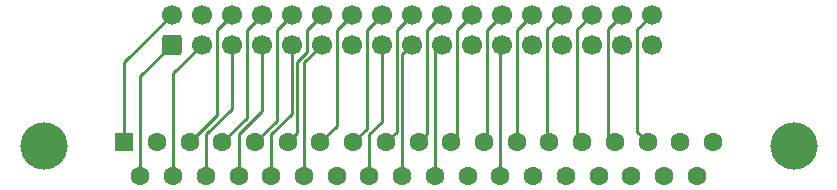
<source format=gbr>
%TF.GenerationSoftware,KiCad,Pcbnew,(6.0.6)*%
%TF.CreationDate,2023-06-09T12:55:26+02:00*%
%TF.ProjectId,FDAdapter,46444164-6170-4746-9572-2e6b69636164,rev?*%
%TF.SameCoordinates,Original*%
%TF.FileFunction,Copper,L2,Bot*%
%TF.FilePolarity,Positive*%
%FSLAX46Y46*%
G04 Gerber Fmt 4.6, Leading zero omitted, Abs format (unit mm)*
G04 Created by KiCad (PCBNEW (6.0.6)) date 2023-06-09 12:55:26*
%MOMM*%
%LPD*%
G01*
G04 APERTURE LIST*
G04 Aperture macros list*
%AMRoundRect*
0 Rectangle with rounded corners*
0 $1 Rounding radius*
0 $2 $3 $4 $5 $6 $7 $8 $9 X,Y pos of 4 corners*
0 Add a 4 corners polygon primitive as box body*
4,1,4,$2,$3,$4,$5,$6,$7,$8,$9,$2,$3,0*
0 Add four circle primitives for the rounded corners*
1,1,$1+$1,$2,$3*
1,1,$1+$1,$4,$5*
1,1,$1+$1,$6,$7*
1,1,$1+$1,$8,$9*
0 Add four rect primitives between the rounded corners*
20,1,$1+$1,$2,$3,$4,$5,0*
20,1,$1+$1,$4,$5,$6,$7,0*
20,1,$1+$1,$6,$7,$8,$9,0*
20,1,$1+$1,$8,$9,$2,$3,0*%
G04 Aperture macros list end*
%TA.AperFunction,ComponentPad*%
%ADD10C,4.000000*%
%TD*%
%TA.AperFunction,ComponentPad*%
%ADD11R,1.600000X1.600000*%
%TD*%
%TA.AperFunction,ComponentPad*%
%ADD12C,1.600000*%
%TD*%
%TA.AperFunction,ComponentPad*%
%ADD13RoundRect,0.250000X0.600000X-0.600000X0.600000X0.600000X-0.600000X0.600000X-0.600000X-0.600000X0*%
%TD*%
%TA.AperFunction,ComponentPad*%
%ADD14C,1.700000*%
%TD*%
%TA.AperFunction,Conductor*%
%ADD15C,0.250000*%
%TD*%
G04 APERTURE END LIST*
D10*
%TO.P,J1,0*%
%TO.N,N/C*%
X189316000Y-70404000D03*
X125816000Y-70404000D03*
D11*
%TO.P,J1,1,1*%
%TO.N,~{DENSITY}*%
X132636000Y-70104000D03*
D12*
%TO.P,J1,2,2*%
%TO.N,unconnected-(J1-Pad2)*%
X135406000Y-70104000D03*
%TO.P,J1,3,3*%
%TO.N,~{DS3}*%
X138176000Y-70104000D03*
%TO.P,J1,4,4*%
%TO.N,~{INDEX}*%
X140946000Y-70104000D03*
%TO.P,J1,5,5*%
%TO.N,~{DS0}*%
X143716000Y-70104000D03*
%TO.P,J1,6,6*%
%TO.N,~{DS1}*%
X146486000Y-70104000D03*
%TO.P,J1,7,7*%
%TO.N,~{DS2}*%
X149256000Y-70104000D03*
%TO.P,J1,8,8*%
%TO.N,~{MOTOR}*%
X152026000Y-70104000D03*
%TO.P,J1,9,9*%
%TO.N,~{DIR}*%
X154796000Y-70104000D03*
%TO.P,J1,10,10*%
%TO.N,~{STEP}*%
X157566000Y-70104000D03*
%TO.P,J1,11,11*%
%TO.N,~{WDATA}*%
X160336000Y-70104000D03*
%TO.P,J1,12,12*%
%TO.N,~{WGATE}*%
X163106000Y-70104000D03*
%TO.P,J1,13,13*%
%TO.N,~{TRK0}*%
X165876000Y-70104000D03*
%TO.P,J1,14,14*%
%TO.N,~{WPROT}*%
X168646000Y-70104000D03*
%TO.P,J1,15,15*%
%TO.N,~{RDATA}*%
X171416000Y-70104000D03*
%TO.P,J1,16,16*%
%TO.N,~{SIDE}*%
X174186000Y-70104000D03*
%TO.P,J1,17,17*%
%TO.N,~{RDY}*%
X176956000Y-70104000D03*
%TO.P,J1,18,18*%
%TO.N,unconnected-(J1-Pad18)*%
X179726000Y-70104000D03*
%TO.P,J1,19,19*%
%TO.N,unconnected-(J1-Pad19)*%
X182496000Y-70104000D03*
%TO.P,J1,20,20*%
%TO.N,~{OPT0}*%
X134021000Y-72944000D03*
%TO.P,J1,21,21*%
%TO.N,~{OPT1}*%
X136791000Y-72944000D03*
%TO.P,J1,22,22*%
%TO.N,~{OPT2}*%
X139561000Y-72944000D03*
%TO.P,J1,23,23*%
%TO.N,~{OPT3}*%
X142331000Y-72944000D03*
%TO.P,J1,24,24*%
%TO.N,~{EJECT}*%
X145101000Y-72944000D03*
%TO.P,J1,25,25*%
%TO.N,~{EjectMSK}*%
X147871000Y-72944000D03*
%TO.P,J1,26,26*%
%TO.N,LED*%
X150641000Y-72944000D03*
%TO.P,J1,27,27*%
%TO.N,~{INSERTED}*%
X153411000Y-72944000D03*
%TO.P,J1,28,28*%
%TO.N,~{ERROR}*%
X156181000Y-72944000D03*
%TO.P,J1,29,29*%
%TO.N,~{FDDINT}*%
X158951000Y-72944000D03*
%TO.P,J1,30,30*%
%TO.N,GND*%
X161721000Y-72944000D03*
%TO.P,J1,31,31*%
X164491000Y-72944000D03*
%TO.P,J1,32,32*%
X167261000Y-72944000D03*
%TO.P,J1,33,33*%
X170031000Y-72944000D03*
%TO.P,J1,34,34*%
X172801000Y-72944000D03*
%TO.P,J1,35,35*%
X175571000Y-72944000D03*
%TO.P,J1,36,36*%
X178341000Y-72944000D03*
%TO.P,J1,37,37*%
%TO.N,unconnected-(J1-Pad37)*%
X181111000Y-72944000D03*
%TD*%
D13*
%TO.P,J2,1,Pin_1*%
%TO.N,~{OPT0}*%
X136652000Y-61831500D03*
D14*
%TO.P,J2,2,Pin_2*%
%TO.N,~{DENSITY}*%
X136652000Y-59291500D03*
%TO.P,J2,3,Pin_3*%
%TO.N,~{OPT1}*%
X139192000Y-61831500D03*
%TO.P,J2,4,Pin_4*%
%TO.N,unconnected-(J2-Pad4)*%
X139192000Y-59291500D03*
%TO.P,J2,5,Pin_5*%
%TO.N,~{OPT2}*%
X141732000Y-61831500D03*
%TO.P,J2,6,Pin_6*%
%TO.N,~{DS3}*%
X141732000Y-59291500D03*
%TO.P,J2,7,Pin_7*%
%TO.N,~{OPT3}*%
X144272000Y-61831500D03*
%TO.P,J2,8,Pin_8*%
%TO.N,~{INDEX}*%
X144272000Y-59291500D03*
%TO.P,J2,9,Pin_9*%
%TO.N,~{EJECT}*%
X146812000Y-61831500D03*
%TO.P,J2,10,Pin_10*%
%TO.N,~{DS0}*%
X146812000Y-59291500D03*
%TO.P,J2,11,Pin_11*%
%TO.N,~{EjectMSK}*%
X149352000Y-61831500D03*
%TO.P,J2,12,Pin_12*%
%TO.N,~{DS1}*%
X149352000Y-59291500D03*
%TO.P,J2,13,Pin_13*%
%TO.N,~{LED_BLINK}*%
X151892000Y-61831500D03*
%TO.P,J2,14,Pin_14*%
%TO.N,~{DS2}*%
X151892000Y-59291500D03*
%TO.P,J2,15,Pin_15*%
%TO.N,~{INSERTED}*%
X154432000Y-61831500D03*
%TO.P,J2,16,Pin_16*%
%TO.N,~{MOTOR}*%
X154432000Y-59291500D03*
%TO.P,J2,17,Pin_17*%
%TO.N,~{ERROR}*%
X156972000Y-61831500D03*
%TO.P,J2,18,Pin_18*%
%TO.N,~{DIR}*%
X156972000Y-59291500D03*
%TO.P,J2,19,Pin_19*%
%TO.N,~{FDDINT}*%
X159512000Y-61831500D03*
%TO.P,J2,20,Pin_20*%
%TO.N,~{STEP}*%
X159512000Y-59291500D03*
%TO.P,J2,21,Pin_21*%
%TO.N,GND*%
X162052000Y-61831500D03*
%TO.P,J2,22,Pin_22*%
%TO.N,~{WDATA}*%
X162052000Y-59291500D03*
%TO.P,J2,23,Pin_23*%
%TO.N,GND*%
X164592000Y-61831500D03*
%TO.P,J2,24,Pin_24*%
%TO.N,~{WGATE}*%
X164592000Y-59291500D03*
%TO.P,J2,25,Pin_25*%
%TO.N,GND*%
X167132000Y-61831500D03*
%TO.P,J2,26,Pin_26*%
%TO.N,~{TRK0}*%
X167132000Y-59291500D03*
%TO.P,J2,27,Pin_27*%
%TO.N,GND*%
X169672000Y-61831500D03*
%TO.P,J2,28,Pin_28*%
%TO.N,~{WPROT}*%
X169672000Y-59291500D03*
%TO.P,J2,29,Pin_29*%
%TO.N,GND*%
X172212000Y-61831500D03*
%TO.P,J2,30,Pin_30*%
%TO.N,~{RDATA}*%
X172212000Y-59291500D03*
%TO.P,J2,31,Pin_31*%
%TO.N,GND*%
X174752000Y-61831500D03*
%TO.P,J2,32,Pin_32*%
%TO.N,~{SIDE}*%
X174752000Y-59291500D03*
%TO.P,J2,33,Pin_33*%
%TO.N,GND*%
X177292000Y-61831500D03*
%TO.P,J2,34,Pin_34*%
%TO.N,~{RDY}*%
X177292000Y-59291500D03*
%TD*%
D15*
%TO.N,GND*%
X164592000Y-61831500D02*
X164491000Y-61932500D01*
X164491000Y-61932500D02*
X164491000Y-72944000D01*
%TO.N,~{DENSITY}*%
X136652000Y-59291500D02*
X132636000Y-63307500D01*
X132636000Y-63307500D02*
X132636000Y-70104000D01*
%TO.N,~{DS3}*%
X140461000Y-67819000D02*
X138176000Y-70104000D01*
X141732000Y-59291500D02*
X140461000Y-60562500D01*
X140461000Y-60562500D02*
X140461000Y-67819000D01*
%TO.N,~{INDEX}*%
X143002000Y-60561500D02*
X143002000Y-68048000D01*
X144272000Y-59291500D02*
X143002000Y-60561500D01*
X143002000Y-68048000D02*
X140946000Y-70104000D01*
%TO.N,~{DS0}*%
X146812000Y-59291500D02*
X145542000Y-60561500D01*
X145542000Y-60561500D02*
X145542000Y-68278000D01*
X145542000Y-68278000D02*
X143716000Y-70104000D01*
%TO.N,~{DS1}*%
X148082000Y-62464800D02*
X148082000Y-60561500D01*
X148082000Y-60561500D02*
X149352000Y-59291500D01*
X147262200Y-63284600D02*
X148082000Y-62464800D01*
X146486000Y-70104000D02*
X147262200Y-69327800D01*
X147262200Y-69327800D02*
X147262200Y-63284600D01*
%TO.N,~{DS2}*%
X151892000Y-59291500D02*
X150622000Y-60561500D01*
X150622000Y-60561500D02*
X150622000Y-68738000D01*
X150622000Y-68738000D02*
X149256000Y-70104000D01*
%TO.N,~{MOTOR}*%
X154432000Y-59291500D02*
X153162000Y-60561500D01*
X153162000Y-68968000D02*
X152026000Y-70104000D01*
X153162000Y-60561500D02*
X153162000Y-68968000D01*
%TO.N,~{DIR}*%
X156972000Y-59291500D02*
X155702000Y-60561500D01*
X155702000Y-69198000D02*
X154796000Y-70104000D01*
X155702000Y-60561500D02*
X155702000Y-69198000D01*
%TO.N,~{STEP}*%
X159512000Y-59291500D02*
X158242000Y-60561500D01*
X158242000Y-69428000D02*
X157566000Y-70104000D01*
X158242000Y-60561500D02*
X158242000Y-69428000D01*
%TO.N,~{WDATA}*%
X160782000Y-69658000D02*
X160336000Y-70104000D01*
X160782000Y-60561500D02*
X160782000Y-69658000D01*
X162052000Y-59291500D02*
X160782000Y-60561500D01*
%TO.N,~{WGATE}*%
X163322000Y-60561500D02*
X163322000Y-69888000D01*
X164592000Y-59291500D02*
X163322000Y-60561500D01*
X163322000Y-69888000D02*
X163106000Y-70104000D01*
%TO.N,~{TRK0}*%
X165876000Y-60547500D02*
X165876000Y-70104000D01*
X167132000Y-59291500D02*
X165876000Y-60547500D01*
%TO.N,~{WPROT}*%
X169672000Y-59291500D02*
X168463000Y-60500500D01*
X168463000Y-69921000D02*
X168646000Y-70104000D01*
X168463000Y-60500500D02*
X168463000Y-69921000D01*
%TO.N,~{RDATA}*%
X172212000Y-59291500D02*
X171001200Y-60502300D01*
X171001200Y-60502300D02*
X171001200Y-69689200D01*
X171001200Y-69689200D02*
X171416000Y-70104000D01*
%TO.N,~{SIDE}*%
X173570000Y-60473500D02*
X173570000Y-69488000D01*
X174752000Y-59291500D02*
X173570000Y-60473500D01*
X173570000Y-69488000D02*
X174186000Y-70104000D01*
%TO.N,~{RDY}*%
X176080400Y-60503100D02*
X176080400Y-69228400D01*
X176080400Y-69228400D02*
X176956000Y-70104000D01*
X177292000Y-59291500D02*
X176080400Y-60503100D01*
%TO.N,~{OPT0}*%
X134021000Y-64462500D02*
X134021000Y-72944000D01*
X136652000Y-61831500D02*
X134021000Y-64462500D01*
%TO.N,~{OPT1}*%
X139192000Y-61831500D02*
X136791000Y-64232500D01*
X136791000Y-64232500D02*
X136791000Y-72944000D01*
%TO.N,~{OPT2}*%
X141732000Y-61831500D02*
X141732000Y-67230500D01*
X139561000Y-69401500D02*
X139561000Y-72944000D01*
X141732000Y-67230500D02*
X139561000Y-69401500D01*
%TO.N,~{OPT3}*%
X144272000Y-61831500D02*
X144272000Y-67460500D01*
X144272000Y-67460500D02*
X142331000Y-69401500D01*
X142331000Y-69401500D02*
X142331000Y-72944000D01*
%TO.N,~{EJECT}*%
X145101000Y-69401500D02*
X145101000Y-72944000D01*
X146812000Y-67690500D02*
X145101000Y-69401500D01*
X146812000Y-61831500D02*
X146812000Y-67690500D01*
%TO.N,~{EjectMSK}*%
X149352000Y-61831500D02*
X147871000Y-63312500D01*
X147871000Y-63312500D02*
X147871000Y-72944000D01*
%TO.N,~{INSERTED}*%
X154432000Y-61831500D02*
X154432000Y-68334700D01*
X153411000Y-69355700D02*
X153411000Y-72944000D01*
X154432000Y-68334700D02*
X153411000Y-69355700D01*
%TO.N,~{ERROR}*%
X156181000Y-62622500D02*
X156181000Y-72944000D01*
X156972000Y-61831500D02*
X156181000Y-62622500D01*
%TO.N,~{FDDINT}*%
X159512000Y-61831500D02*
X158951000Y-62392500D01*
X158951000Y-62392500D02*
X158951000Y-72944000D01*
%TD*%
M02*

</source>
